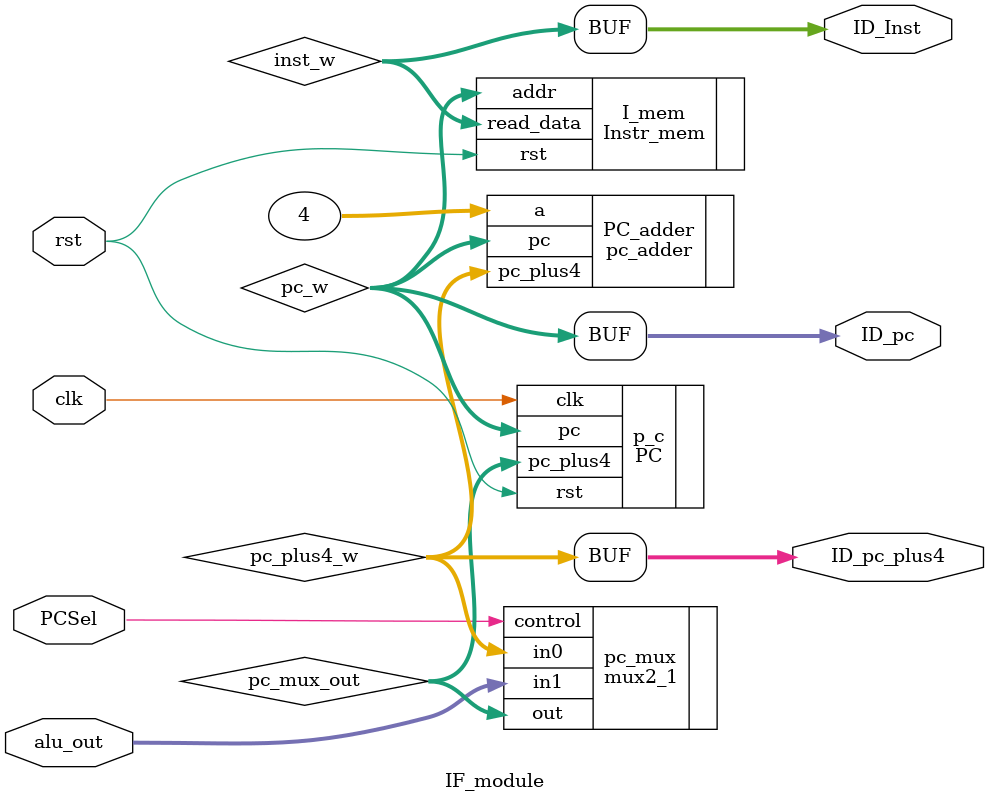
<source format=v>
`timescale 1ns / 1ps


module IF_module(clk,rst,ID_Inst,ID_pc,ID_pc_plus4,alu_out,PCSel);
input clk, rst;
input [31:0] alu_out;
input PCSel;
output  [31:0] ID_pc, ID_pc_plus4;
output  [31:0] ID_Inst;

// wires
wire [31:0] pc_w;
wire [31:0] pc_plus4_w;
wire [31:0] inst_w;
wire [31:0] pc_mux_out;
// Pipe register 
//reg [31:0] Inst_reg;
//reg [31:0] pc_reg, pc_plus4_reg;

// Instance
PC p_c(.clk(clk),.rst(rst),.pc(pc_w),.pc_plus4(pc_mux_out));

pc_adder PC_adder(.pc(pc_w),.a(32'd4),.pc_plus4(pc_plus4_w));

Instr_mem I_mem(.addr(pc_w),.rst(rst),.read_data(inst_w));

mux2_1 pc_mux(.in0(pc_plus4_w),.in1(alu_out),.control(PCSel),.out(pc_mux_out));

assign ID_pc = pc_w;
assign ID_pc_plus4 = pc_plus4_w;
assign  ID_Inst = inst_w;
endmodule

</source>
